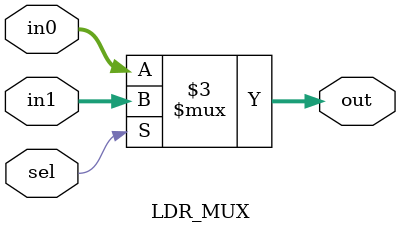
<source format=v>
module LDR_MUX (out, in0, in1, sel);

input sel;
input [31:0] in0,in1;
output reg [31:0] out;


always @*
begin 

if (sel)
	out =in1;
else 
	out=in0;	
end 

endmodule 


</source>
